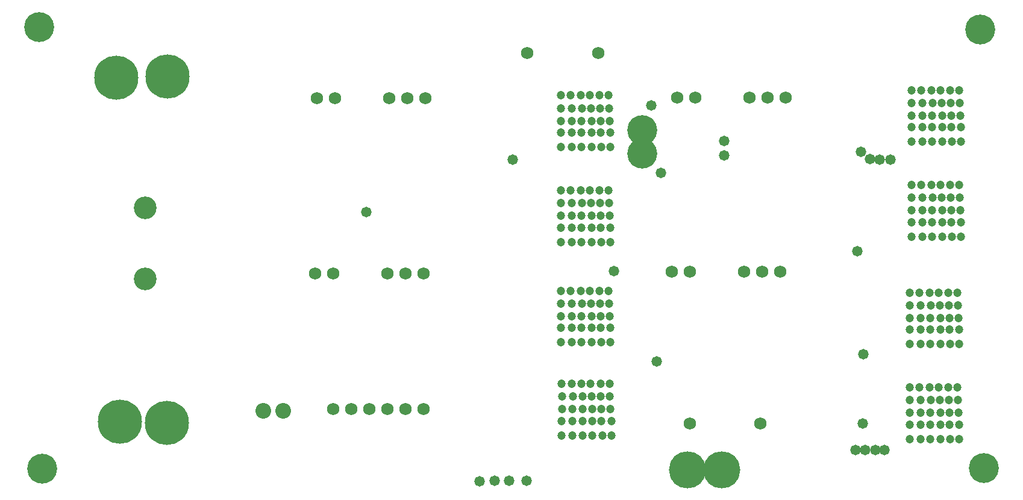
<source format=gbs>
G04*
G04 #@! TF.GenerationSoftware,Altium Limited,Altium Designer,21.1.1 (26)*
G04*
G04 Layer_Color=16711935*
%FSLAX25Y25*%
%MOIN*%
G70*
G04*
G04 #@! TF.SameCoordinates,EB652CFF-68FA-4F81-8967-BD5122A89D0C*
G04*
G04*
G04 #@! TF.FilePolarity,Negative*
G04*
G01*
G75*
%ADD26C,0.04737*%
%ADD27C,0.06800*%
%ADD28C,0.12611*%
%ADD29C,0.16548*%
%ADD30C,0.24422*%
%ADD31C,0.05800*%
%ADD32C,0.08674*%
%ADD33C,0.20485*%
D26*
X520013Y27461D02*
D03*
X515013D02*
D03*
X509513D02*
D03*
X504013D02*
D03*
X520013Y35461D02*
D03*
X514513D02*
D03*
X509513D02*
D03*
X504013D02*
D03*
X498513Y27461D02*
D03*
Y35461D02*
D03*
X492513Y27461D02*
D03*
Y35461D02*
D03*
X519513Y41961D02*
D03*
X514513D02*
D03*
X509513D02*
D03*
X504013D02*
D03*
X498513D02*
D03*
X492596Y41959D02*
D03*
X519096Y48959D02*
D03*
X514096D02*
D03*
X509096D02*
D03*
X504096D02*
D03*
X498596D02*
D03*
X492596D02*
D03*
X519000Y56000D02*
D03*
X514000D02*
D03*
X508500D02*
D03*
X503500D02*
D03*
X498000D02*
D03*
X492500D02*
D03*
X521013Y139461D02*
D03*
X516013D02*
D03*
X510513D02*
D03*
X505013D02*
D03*
X521013Y147461D02*
D03*
X515513D02*
D03*
X510513D02*
D03*
X505013D02*
D03*
X499513Y139461D02*
D03*
Y147461D02*
D03*
X493513Y139461D02*
D03*
Y147461D02*
D03*
X520513Y153961D02*
D03*
X515513D02*
D03*
X510513D02*
D03*
X505013D02*
D03*
X499513D02*
D03*
X493596Y153959D02*
D03*
X520096Y160959D02*
D03*
X515096D02*
D03*
X510096D02*
D03*
X505096D02*
D03*
X499596D02*
D03*
X493596D02*
D03*
X520000Y168000D02*
D03*
X515000D02*
D03*
X509500D02*
D03*
X504500D02*
D03*
X499000D02*
D03*
X493500D02*
D03*
X327513Y29461D02*
D03*
X322513D02*
D03*
X317013D02*
D03*
X311513D02*
D03*
X327513Y37461D02*
D03*
X322013D02*
D03*
X317013D02*
D03*
X311513D02*
D03*
X306013Y29461D02*
D03*
Y37461D02*
D03*
X300013Y29461D02*
D03*
Y37461D02*
D03*
X327013Y43961D02*
D03*
X322013D02*
D03*
X317013D02*
D03*
X311513D02*
D03*
X306013D02*
D03*
X300096Y43959D02*
D03*
X326596Y50959D02*
D03*
X321596D02*
D03*
X316596D02*
D03*
X311596D02*
D03*
X306096D02*
D03*
X300096D02*
D03*
X326500Y58000D02*
D03*
X321500D02*
D03*
X316000D02*
D03*
X311000D02*
D03*
X305500D02*
D03*
X300000D02*
D03*
X327013Y80961D02*
D03*
X322013D02*
D03*
X316513D02*
D03*
X311013D02*
D03*
X327013Y88961D02*
D03*
X321513D02*
D03*
X316513D02*
D03*
X311013D02*
D03*
X305513Y80961D02*
D03*
Y88961D02*
D03*
X299513Y80961D02*
D03*
Y88961D02*
D03*
X326513Y95461D02*
D03*
X321513D02*
D03*
X316513D02*
D03*
X311013D02*
D03*
X305513D02*
D03*
X299596Y95459D02*
D03*
X326096Y102459D02*
D03*
X321096D02*
D03*
X316096D02*
D03*
X311096D02*
D03*
X305596D02*
D03*
X299596D02*
D03*
X326000Y109500D02*
D03*
X321000D02*
D03*
X315500D02*
D03*
X310500D02*
D03*
X305000D02*
D03*
X299500D02*
D03*
X327000Y136500D02*
D03*
X322000D02*
D03*
X316500D02*
D03*
X311000D02*
D03*
X327000Y144500D02*
D03*
X321500D02*
D03*
X316500D02*
D03*
X311000D02*
D03*
X305500Y136500D02*
D03*
Y144500D02*
D03*
X299500Y136500D02*
D03*
Y144500D02*
D03*
X326500Y151000D02*
D03*
X321500D02*
D03*
X316500D02*
D03*
X311000D02*
D03*
X305500D02*
D03*
X299582Y150998D02*
D03*
X326082Y157998D02*
D03*
X321082D02*
D03*
X316082D02*
D03*
X311082D02*
D03*
X305582D02*
D03*
X299582D02*
D03*
X325987Y165039D02*
D03*
X320987D02*
D03*
X315487D02*
D03*
X310487D02*
D03*
X304987D02*
D03*
X299487D02*
D03*
X327000Y189000D02*
D03*
X322000D02*
D03*
X316500D02*
D03*
X311000D02*
D03*
X327000Y197000D02*
D03*
X321500D02*
D03*
X316500D02*
D03*
X311000D02*
D03*
X305500Y189000D02*
D03*
Y197000D02*
D03*
X299500Y189000D02*
D03*
Y197000D02*
D03*
X326500Y203500D02*
D03*
X321500D02*
D03*
X316500D02*
D03*
X311000D02*
D03*
X305500D02*
D03*
X299582Y203498D02*
D03*
X326082Y210498D02*
D03*
X321082D02*
D03*
X316082D02*
D03*
X311082D02*
D03*
X305582D02*
D03*
X299582D02*
D03*
X325987Y217539D02*
D03*
X320987D02*
D03*
X315487D02*
D03*
X310487D02*
D03*
X304987D02*
D03*
X299487D02*
D03*
X493500Y220500D02*
D03*
X499000D02*
D03*
X504500D02*
D03*
X509500D02*
D03*
X515000D02*
D03*
X520000D02*
D03*
X493596Y213459D02*
D03*
X499596D02*
D03*
X505096D02*
D03*
X510096D02*
D03*
X515096D02*
D03*
X520096D02*
D03*
X493596Y206459D02*
D03*
X499513Y206461D02*
D03*
X505013D02*
D03*
X510513D02*
D03*
X515513D02*
D03*
X520513D02*
D03*
X493513Y199961D02*
D03*
Y191961D02*
D03*
X499513Y199961D02*
D03*
Y191961D02*
D03*
X505013Y199961D02*
D03*
X510513D02*
D03*
X515513D02*
D03*
X521013D02*
D03*
X505013Y191961D02*
D03*
X510513D02*
D03*
X516013D02*
D03*
X521013D02*
D03*
X492500Y108500D02*
D03*
X498000D02*
D03*
X503500D02*
D03*
X508500D02*
D03*
X514000D02*
D03*
X519000D02*
D03*
X492596Y101459D02*
D03*
X498596D02*
D03*
X504096D02*
D03*
X509096D02*
D03*
X514096D02*
D03*
X519096D02*
D03*
X492596Y94459D02*
D03*
X498513Y94461D02*
D03*
X504013D02*
D03*
X509513D02*
D03*
X514513D02*
D03*
X519513D02*
D03*
X492513Y87961D02*
D03*
Y79961D02*
D03*
X498513Y87961D02*
D03*
Y79961D02*
D03*
X504013Y87961D02*
D03*
X509513D02*
D03*
X514513D02*
D03*
X520013D02*
D03*
X504013Y79961D02*
D03*
X509513D02*
D03*
X515013D02*
D03*
X520013D02*
D03*
D27*
X281000Y241000D02*
D03*
X320173D02*
D03*
X410000Y36000D02*
D03*
X370827D02*
D03*
X364000Y216500D02*
D03*
X374000D02*
D03*
X404000D02*
D03*
X414000D02*
D03*
X424000D02*
D03*
X361000Y120000D02*
D03*
X371000D02*
D03*
X401000D02*
D03*
X411000D02*
D03*
X421000D02*
D03*
X173500Y44000D02*
D03*
X183500D02*
D03*
X193500D02*
D03*
X203500D02*
D03*
X213500D02*
D03*
X223500D02*
D03*
X163500Y119000D02*
D03*
X173500D02*
D03*
X203500D02*
D03*
X213500D02*
D03*
X223500D02*
D03*
X164500Y216000D02*
D03*
X174500D02*
D03*
X204500D02*
D03*
X214500D02*
D03*
X224500D02*
D03*
D28*
X69500Y155370D02*
D03*
Y116000D02*
D03*
D29*
X344500Y185500D02*
D03*
X533457Y11405D02*
D03*
X531457Y253905D02*
D03*
X12457Y10905D02*
D03*
X10957Y255405D02*
D03*
X344500Y198500D02*
D03*
X388500Y10000D02*
D03*
D30*
X82000Y228000D02*
D03*
X53500Y227500D02*
D03*
X81500Y36500D02*
D03*
X55500Y37000D02*
D03*
D31*
X254500Y4000D02*
D03*
X263000Y4500D02*
D03*
X271000D02*
D03*
X280500D02*
D03*
X482000Y182000D02*
D03*
X476000D02*
D03*
X470500Y182500D02*
D03*
X390000Y184500D02*
D03*
Y192500D02*
D03*
X354945Y174802D02*
D03*
X192000Y153000D02*
D03*
X328955Y120500D02*
D03*
X352500Y70500D02*
D03*
X349500Y212000D02*
D03*
X273000Y182000D02*
D03*
X463500Y131500D02*
D03*
X466500Y36000D02*
D03*
X478500Y21500D02*
D03*
X473500D02*
D03*
X468000D02*
D03*
X462500D02*
D03*
X467000Y74500D02*
D03*
X465500Y186500D02*
D03*
D32*
X135000Y43000D02*
D03*
X146000D02*
D03*
D33*
X388500Y10500D02*
D03*
X369500D02*
D03*
M02*

</source>
